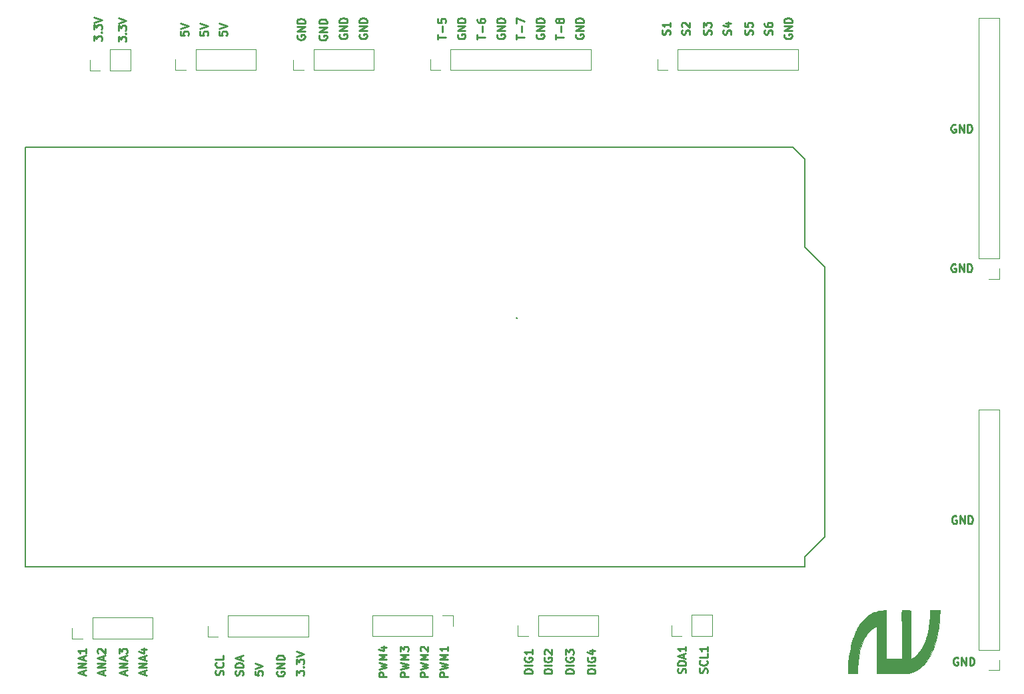
<source format=gbr>
G04 #@! TF.FileFunction,Legend,Top*
%FSLAX46Y46*%
G04 Gerber Fmt 4.6, Leading zero omitted, Abs format (unit mm)*
G04 Created by KiCad (PCBNEW 4.0.7) date 06/16/18 23:00:12*
%MOMM*%
%LPD*%
G01*
G04 APERTURE LIST*
%ADD10C,0.100000*%
%ADD11C,0.250000*%
%ADD12C,0.120000*%
%ADD13C,0.150000*%
%ADD14C,0.010000*%
%ADD15R,2.100000X2.100000*%
%ADD16O,2.100000X2.100000*%
%ADD17O,2.127200X2.127200*%
%ADD18C,3.600000*%
G04 APERTURE END LIST*
D10*
D11*
X199838096Y-80000000D02*
X199742858Y-79952381D01*
X199600001Y-79952381D01*
X199457143Y-80000000D01*
X199361905Y-80095238D01*
X199314286Y-80190476D01*
X199266667Y-80380952D01*
X199266667Y-80523810D01*
X199314286Y-80714286D01*
X199361905Y-80809524D01*
X199457143Y-80904762D01*
X199600001Y-80952381D01*
X199695239Y-80952381D01*
X199838096Y-80904762D01*
X199885715Y-80857143D01*
X199885715Y-80523810D01*
X199695239Y-80523810D01*
X200314286Y-80952381D02*
X200314286Y-79952381D01*
X200885715Y-80952381D01*
X200885715Y-79952381D01*
X201361905Y-80952381D02*
X201361905Y-79952381D01*
X201600000Y-79952381D01*
X201742858Y-80000000D01*
X201838096Y-80095238D01*
X201885715Y-80190476D01*
X201933334Y-80380952D01*
X201933334Y-80523810D01*
X201885715Y-80714286D01*
X201838096Y-80809524D01*
X201742858Y-80904762D01*
X201600000Y-80952381D01*
X201361905Y-80952381D01*
X199738096Y-30250000D02*
X199642858Y-30202381D01*
X199500001Y-30202381D01*
X199357143Y-30250000D01*
X199261905Y-30345238D01*
X199214286Y-30440476D01*
X199166667Y-30630952D01*
X199166667Y-30773810D01*
X199214286Y-30964286D01*
X199261905Y-31059524D01*
X199357143Y-31154762D01*
X199500001Y-31202381D01*
X199595239Y-31202381D01*
X199738096Y-31154762D01*
X199785715Y-31107143D01*
X199785715Y-30773810D01*
X199595239Y-30773810D01*
X200214286Y-31202381D02*
X200214286Y-30202381D01*
X200785715Y-31202381D01*
X200785715Y-30202381D01*
X201261905Y-31202381D02*
X201261905Y-30202381D01*
X201500000Y-30202381D01*
X201642858Y-30250000D01*
X201738096Y-30345238D01*
X201785715Y-30440476D01*
X201833334Y-30630952D01*
X201833334Y-30773810D01*
X201785715Y-30964286D01*
X201738096Y-31059524D01*
X201642858Y-31154762D01*
X201500000Y-31202381D01*
X201261905Y-31202381D01*
X200038096Y-98000000D02*
X199942858Y-97952381D01*
X199800001Y-97952381D01*
X199657143Y-98000000D01*
X199561905Y-98095238D01*
X199514286Y-98190476D01*
X199466667Y-98380952D01*
X199466667Y-98523810D01*
X199514286Y-98714286D01*
X199561905Y-98809524D01*
X199657143Y-98904762D01*
X199800001Y-98952381D01*
X199895239Y-98952381D01*
X200038096Y-98904762D01*
X200085715Y-98857143D01*
X200085715Y-98523810D01*
X199895239Y-98523810D01*
X200514286Y-98952381D02*
X200514286Y-97952381D01*
X201085715Y-98952381D01*
X201085715Y-97952381D01*
X201561905Y-98952381D02*
X201561905Y-97952381D01*
X201800000Y-97952381D01*
X201942858Y-98000000D01*
X202038096Y-98095238D01*
X202085715Y-98190476D01*
X202133334Y-98380952D01*
X202133334Y-98523810D01*
X202085715Y-98714286D01*
X202038096Y-98809524D01*
X201942858Y-98904762D01*
X201800000Y-98952381D01*
X201561905Y-98952381D01*
X199738096Y-48000000D02*
X199642858Y-47952381D01*
X199500001Y-47952381D01*
X199357143Y-48000000D01*
X199261905Y-48095238D01*
X199214286Y-48190476D01*
X199166667Y-48380952D01*
X199166667Y-48523810D01*
X199214286Y-48714286D01*
X199261905Y-48809524D01*
X199357143Y-48904762D01*
X199500001Y-48952381D01*
X199595239Y-48952381D01*
X199738096Y-48904762D01*
X199785715Y-48857143D01*
X199785715Y-48523810D01*
X199595239Y-48523810D01*
X200214286Y-48952381D02*
X200214286Y-47952381D01*
X200785715Y-48952381D01*
X200785715Y-47952381D01*
X201261905Y-48952381D02*
X201261905Y-47952381D01*
X201500000Y-47952381D01*
X201642858Y-48000000D01*
X201738096Y-48095238D01*
X201785715Y-48190476D01*
X201833334Y-48380952D01*
X201833334Y-48523810D01*
X201785715Y-48714286D01*
X201738096Y-48809524D01*
X201642858Y-48904762D01*
X201500000Y-48952381D01*
X201261905Y-48952381D01*
X96666667Y-100166667D02*
X96666667Y-99690476D01*
X96952381Y-100261905D02*
X95952381Y-99928572D01*
X96952381Y-99595238D01*
X96952381Y-99261905D02*
X95952381Y-99261905D01*
X96952381Y-98690476D01*
X95952381Y-98690476D01*
X96666667Y-98261905D02*
X96666667Y-97785714D01*
X96952381Y-98357143D02*
X95952381Y-98023810D01*
X96952381Y-97690476D01*
X96285714Y-96928571D02*
X96952381Y-96928571D01*
X95904762Y-97166667D02*
X96619048Y-97404762D01*
X96619048Y-96785714D01*
X94166667Y-100166667D02*
X94166667Y-99690476D01*
X94452381Y-100261905D02*
X93452381Y-99928572D01*
X94452381Y-99595238D01*
X94452381Y-99261905D02*
X93452381Y-99261905D01*
X94452381Y-98690476D01*
X93452381Y-98690476D01*
X94166667Y-98261905D02*
X94166667Y-97785714D01*
X94452381Y-98357143D02*
X93452381Y-98023810D01*
X94452381Y-97690476D01*
X93452381Y-97452381D02*
X93452381Y-96833333D01*
X93833333Y-97166667D01*
X93833333Y-97023809D01*
X93880952Y-96928571D01*
X93928571Y-96880952D01*
X94023810Y-96833333D01*
X94261905Y-96833333D01*
X94357143Y-96880952D01*
X94404762Y-96928571D01*
X94452381Y-97023809D01*
X94452381Y-97309524D01*
X94404762Y-97404762D01*
X94357143Y-97452381D01*
X91416667Y-100166667D02*
X91416667Y-99690476D01*
X91702381Y-100261905D02*
X90702381Y-99928572D01*
X91702381Y-99595238D01*
X91702381Y-99261905D02*
X90702381Y-99261905D01*
X91702381Y-98690476D01*
X90702381Y-98690476D01*
X91416667Y-98261905D02*
X91416667Y-97785714D01*
X91702381Y-98357143D02*
X90702381Y-98023810D01*
X91702381Y-97690476D01*
X90797619Y-97404762D02*
X90750000Y-97357143D01*
X90702381Y-97261905D01*
X90702381Y-97023809D01*
X90750000Y-96928571D01*
X90797619Y-96880952D01*
X90892857Y-96833333D01*
X90988095Y-96833333D01*
X91130952Y-96880952D01*
X91702381Y-97452381D01*
X91702381Y-96833333D01*
X88916667Y-100166667D02*
X88916667Y-99690476D01*
X89202381Y-100261905D02*
X88202381Y-99928572D01*
X89202381Y-99595238D01*
X89202381Y-99261905D02*
X88202381Y-99261905D01*
X89202381Y-98690476D01*
X88202381Y-98690476D01*
X88916667Y-98261905D02*
X88916667Y-97785714D01*
X89202381Y-98357143D02*
X88202381Y-98023810D01*
X89202381Y-97690476D01*
X89202381Y-96833333D02*
X89202381Y-97404762D01*
X89202381Y-97119048D02*
X88202381Y-97119048D01*
X88345238Y-97214286D01*
X88440476Y-97309524D01*
X88488095Y-97404762D01*
X165404762Y-99940476D02*
X165452381Y-99797619D01*
X165452381Y-99559523D01*
X165404762Y-99464285D01*
X165357143Y-99416666D01*
X165261905Y-99369047D01*
X165166667Y-99369047D01*
X165071429Y-99416666D01*
X165023810Y-99464285D01*
X164976190Y-99559523D01*
X164928571Y-99750000D01*
X164880952Y-99845238D01*
X164833333Y-99892857D01*
X164738095Y-99940476D01*
X164642857Y-99940476D01*
X164547619Y-99892857D01*
X164500000Y-99845238D01*
X164452381Y-99750000D01*
X164452381Y-99511904D01*
X164500000Y-99369047D01*
X165452381Y-98940476D02*
X164452381Y-98940476D01*
X164452381Y-98702381D01*
X164500000Y-98559523D01*
X164595238Y-98464285D01*
X164690476Y-98416666D01*
X164880952Y-98369047D01*
X165023810Y-98369047D01*
X165214286Y-98416666D01*
X165309524Y-98464285D01*
X165404762Y-98559523D01*
X165452381Y-98702381D01*
X165452381Y-98940476D01*
X165166667Y-97988095D02*
X165166667Y-97511904D01*
X165452381Y-98083333D02*
X164452381Y-97750000D01*
X165452381Y-97416666D01*
X165452381Y-96559523D02*
X165452381Y-97130952D01*
X165452381Y-96845238D02*
X164452381Y-96845238D01*
X164595238Y-96940476D01*
X164690476Y-97035714D01*
X164738095Y-97130952D01*
X168154762Y-99916667D02*
X168202381Y-99773810D01*
X168202381Y-99535714D01*
X168154762Y-99440476D01*
X168107143Y-99392857D01*
X168011905Y-99345238D01*
X167916667Y-99345238D01*
X167821429Y-99392857D01*
X167773810Y-99440476D01*
X167726190Y-99535714D01*
X167678571Y-99726191D01*
X167630952Y-99821429D01*
X167583333Y-99869048D01*
X167488095Y-99916667D01*
X167392857Y-99916667D01*
X167297619Y-99869048D01*
X167250000Y-99821429D01*
X167202381Y-99726191D01*
X167202381Y-99488095D01*
X167250000Y-99345238D01*
X168107143Y-98345238D02*
X168154762Y-98392857D01*
X168202381Y-98535714D01*
X168202381Y-98630952D01*
X168154762Y-98773810D01*
X168059524Y-98869048D01*
X167964286Y-98916667D01*
X167773810Y-98964286D01*
X167630952Y-98964286D01*
X167440476Y-98916667D01*
X167345238Y-98869048D01*
X167250000Y-98773810D01*
X167202381Y-98630952D01*
X167202381Y-98535714D01*
X167250000Y-98392857D01*
X167297619Y-98345238D01*
X168202381Y-97440476D02*
X168202381Y-97916667D01*
X167202381Y-97916667D01*
X168202381Y-96583333D02*
X168202381Y-97154762D01*
X168202381Y-96869048D02*
X167202381Y-96869048D01*
X167345238Y-96964286D01*
X167440476Y-97059524D01*
X167488095Y-97154762D01*
X153952381Y-99976190D02*
X152952381Y-99976190D01*
X152952381Y-99738095D01*
X153000000Y-99595237D01*
X153095238Y-99499999D01*
X153190476Y-99452380D01*
X153380952Y-99404761D01*
X153523810Y-99404761D01*
X153714286Y-99452380D01*
X153809524Y-99499999D01*
X153904762Y-99595237D01*
X153952381Y-99738095D01*
X153952381Y-99976190D01*
X153952381Y-98976190D02*
X152952381Y-98976190D01*
X153000000Y-97976190D02*
X152952381Y-98071428D01*
X152952381Y-98214285D01*
X153000000Y-98357143D01*
X153095238Y-98452381D01*
X153190476Y-98500000D01*
X153380952Y-98547619D01*
X153523810Y-98547619D01*
X153714286Y-98500000D01*
X153809524Y-98452381D01*
X153904762Y-98357143D01*
X153952381Y-98214285D01*
X153952381Y-98119047D01*
X153904762Y-97976190D01*
X153857143Y-97928571D01*
X153523810Y-97928571D01*
X153523810Y-98119047D01*
X153285714Y-97071428D02*
X153952381Y-97071428D01*
X152904762Y-97309524D02*
X153619048Y-97547619D01*
X153619048Y-96928571D01*
X151202381Y-99976190D02*
X150202381Y-99976190D01*
X150202381Y-99738095D01*
X150250000Y-99595237D01*
X150345238Y-99499999D01*
X150440476Y-99452380D01*
X150630952Y-99404761D01*
X150773810Y-99404761D01*
X150964286Y-99452380D01*
X151059524Y-99499999D01*
X151154762Y-99595237D01*
X151202381Y-99738095D01*
X151202381Y-99976190D01*
X151202381Y-98976190D02*
X150202381Y-98976190D01*
X150250000Y-97976190D02*
X150202381Y-98071428D01*
X150202381Y-98214285D01*
X150250000Y-98357143D01*
X150345238Y-98452381D01*
X150440476Y-98500000D01*
X150630952Y-98547619D01*
X150773810Y-98547619D01*
X150964286Y-98500000D01*
X151059524Y-98452381D01*
X151154762Y-98357143D01*
X151202381Y-98214285D01*
X151202381Y-98119047D01*
X151154762Y-97976190D01*
X151107143Y-97928571D01*
X150773810Y-97928571D01*
X150773810Y-98119047D01*
X150202381Y-97595238D02*
X150202381Y-96976190D01*
X150583333Y-97309524D01*
X150583333Y-97166666D01*
X150630952Y-97071428D01*
X150678571Y-97023809D01*
X150773810Y-96976190D01*
X151011905Y-96976190D01*
X151107143Y-97023809D01*
X151154762Y-97071428D01*
X151202381Y-97166666D01*
X151202381Y-97452381D01*
X151154762Y-97547619D01*
X151107143Y-97595238D01*
X148452381Y-99976190D02*
X147452381Y-99976190D01*
X147452381Y-99738095D01*
X147500000Y-99595237D01*
X147595238Y-99499999D01*
X147690476Y-99452380D01*
X147880952Y-99404761D01*
X148023810Y-99404761D01*
X148214286Y-99452380D01*
X148309524Y-99499999D01*
X148404762Y-99595237D01*
X148452381Y-99738095D01*
X148452381Y-99976190D01*
X148452381Y-98976190D02*
X147452381Y-98976190D01*
X147500000Y-97976190D02*
X147452381Y-98071428D01*
X147452381Y-98214285D01*
X147500000Y-98357143D01*
X147595238Y-98452381D01*
X147690476Y-98500000D01*
X147880952Y-98547619D01*
X148023810Y-98547619D01*
X148214286Y-98500000D01*
X148309524Y-98452381D01*
X148404762Y-98357143D01*
X148452381Y-98214285D01*
X148452381Y-98119047D01*
X148404762Y-97976190D01*
X148357143Y-97928571D01*
X148023810Y-97928571D01*
X148023810Y-98119047D01*
X147547619Y-97547619D02*
X147500000Y-97500000D01*
X147452381Y-97404762D01*
X147452381Y-97166666D01*
X147500000Y-97071428D01*
X147547619Y-97023809D01*
X147642857Y-96976190D01*
X147738095Y-96976190D01*
X147880952Y-97023809D01*
X148452381Y-97595238D01*
X148452381Y-96976190D01*
X145952381Y-99976190D02*
X144952381Y-99976190D01*
X144952381Y-99738095D01*
X145000000Y-99595237D01*
X145095238Y-99499999D01*
X145190476Y-99452380D01*
X145380952Y-99404761D01*
X145523810Y-99404761D01*
X145714286Y-99452380D01*
X145809524Y-99499999D01*
X145904762Y-99595237D01*
X145952381Y-99738095D01*
X145952381Y-99976190D01*
X145952381Y-98976190D02*
X144952381Y-98976190D01*
X145000000Y-97976190D02*
X144952381Y-98071428D01*
X144952381Y-98214285D01*
X145000000Y-98357143D01*
X145095238Y-98452381D01*
X145190476Y-98500000D01*
X145380952Y-98547619D01*
X145523810Y-98547619D01*
X145714286Y-98500000D01*
X145809524Y-98452381D01*
X145904762Y-98357143D01*
X145952381Y-98214285D01*
X145952381Y-98119047D01*
X145904762Y-97976190D01*
X145857143Y-97928571D01*
X145523810Y-97928571D01*
X145523810Y-98119047D01*
X145952381Y-96976190D02*
X145952381Y-97547619D01*
X145952381Y-97261905D02*
X144952381Y-97261905D01*
X145095238Y-97357143D01*
X145190476Y-97452381D01*
X145238095Y-97547619D01*
X135202381Y-100380952D02*
X134202381Y-100380952D01*
X134202381Y-99999999D01*
X134250000Y-99904761D01*
X134297619Y-99857142D01*
X134392857Y-99809523D01*
X134535714Y-99809523D01*
X134630952Y-99857142D01*
X134678571Y-99904761D01*
X134726190Y-99999999D01*
X134726190Y-100380952D01*
X134202381Y-99476190D02*
X135202381Y-99238095D01*
X134488095Y-99047618D01*
X135202381Y-98857142D01*
X134202381Y-98619047D01*
X135202381Y-98238095D02*
X134202381Y-98238095D01*
X134916667Y-97904761D01*
X134202381Y-97571428D01*
X135202381Y-97571428D01*
X135202381Y-96571428D02*
X135202381Y-97142857D01*
X135202381Y-96857143D02*
X134202381Y-96857143D01*
X134345238Y-96952381D01*
X134440476Y-97047619D01*
X134488095Y-97142857D01*
X132702381Y-100380952D02*
X131702381Y-100380952D01*
X131702381Y-99999999D01*
X131750000Y-99904761D01*
X131797619Y-99857142D01*
X131892857Y-99809523D01*
X132035714Y-99809523D01*
X132130952Y-99857142D01*
X132178571Y-99904761D01*
X132226190Y-99999999D01*
X132226190Y-100380952D01*
X131702381Y-99476190D02*
X132702381Y-99238095D01*
X131988095Y-99047618D01*
X132702381Y-98857142D01*
X131702381Y-98619047D01*
X132702381Y-98238095D02*
X131702381Y-98238095D01*
X132416667Y-97904761D01*
X131702381Y-97571428D01*
X132702381Y-97571428D01*
X131797619Y-97142857D02*
X131750000Y-97095238D01*
X131702381Y-97000000D01*
X131702381Y-96761904D01*
X131750000Y-96666666D01*
X131797619Y-96619047D01*
X131892857Y-96571428D01*
X131988095Y-96571428D01*
X132130952Y-96619047D01*
X132702381Y-97190476D01*
X132702381Y-96571428D01*
X130202381Y-100380952D02*
X129202381Y-100380952D01*
X129202381Y-99999999D01*
X129250000Y-99904761D01*
X129297619Y-99857142D01*
X129392857Y-99809523D01*
X129535714Y-99809523D01*
X129630952Y-99857142D01*
X129678571Y-99904761D01*
X129726190Y-99999999D01*
X129726190Y-100380952D01*
X129202381Y-99476190D02*
X130202381Y-99238095D01*
X129488095Y-99047618D01*
X130202381Y-98857142D01*
X129202381Y-98619047D01*
X130202381Y-98238095D02*
X129202381Y-98238095D01*
X129916667Y-97904761D01*
X129202381Y-97571428D01*
X130202381Y-97571428D01*
X129202381Y-97190476D02*
X129202381Y-96571428D01*
X129583333Y-96904762D01*
X129583333Y-96761904D01*
X129630952Y-96666666D01*
X129678571Y-96619047D01*
X129773810Y-96571428D01*
X130011905Y-96571428D01*
X130107143Y-96619047D01*
X130154762Y-96666666D01*
X130202381Y-96761904D01*
X130202381Y-97047619D01*
X130154762Y-97142857D01*
X130107143Y-97190476D01*
X127452381Y-100380952D02*
X126452381Y-100380952D01*
X126452381Y-99999999D01*
X126500000Y-99904761D01*
X126547619Y-99857142D01*
X126642857Y-99809523D01*
X126785714Y-99809523D01*
X126880952Y-99857142D01*
X126928571Y-99904761D01*
X126976190Y-99999999D01*
X126976190Y-100380952D01*
X126452381Y-99476190D02*
X127452381Y-99238095D01*
X126738095Y-99047618D01*
X127452381Y-98857142D01*
X126452381Y-98619047D01*
X127452381Y-98238095D02*
X126452381Y-98238095D01*
X127166667Y-97904761D01*
X126452381Y-97571428D01*
X127452381Y-97571428D01*
X126785714Y-96666666D02*
X127452381Y-96666666D01*
X126404762Y-96904762D02*
X127119048Y-97142857D01*
X127119048Y-96523809D01*
X106654762Y-100190476D02*
X106702381Y-100047619D01*
X106702381Y-99809523D01*
X106654762Y-99714285D01*
X106607143Y-99666666D01*
X106511905Y-99619047D01*
X106416667Y-99619047D01*
X106321429Y-99666666D01*
X106273810Y-99714285D01*
X106226190Y-99809523D01*
X106178571Y-100000000D01*
X106130952Y-100095238D01*
X106083333Y-100142857D01*
X105988095Y-100190476D01*
X105892857Y-100190476D01*
X105797619Y-100142857D01*
X105750000Y-100095238D01*
X105702381Y-100000000D01*
X105702381Y-99761904D01*
X105750000Y-99619047D01*
X106607143Y-98619047D02*
X106654762Y-98666666D01*
X106702381Y-98809523D01*
X106702381Y-98904761D01*
X106654762Y-99047619D01*
X106559524Y-99142857D01*
X106464286Y-99190476D01*
X106273810Y-99238095D01*
X106130952Y-99238095D01*
X105940476Y-99190476D01*
X105845238Y-99142857D01*
X105750000Y-99047619D01*
X105702381Y-98904761D01*
X105702381Y-98809523D01*
X105750000Y-98666666D01*
X105797619Y-98619047D01*
X106702381Y-97714285D02*
X106702381Y-98190476D01*
X105702381Y-98190476D01*
X109154762Y-100214286D02*
X109202381Y-100071429D01*
X109202381Y-99833333D01*
X109154762Y-99738095D01*
X109107143Y-99690476D01*
X109011905Y-99642857D01*
X108916667Y-99642857D01*
X108821429Y-99690476D01*
X108773810Y-99738095D01*
X108726190Y-99833333D01*
X108678571Y-100023810D01*
X108630952Y-100119048D01*
X108583333Y-100166667D01*
X108488095Y-100214286D01*
X108392857Y-100214286D01*
X108297619Y-100166667D01*
X108250000Y-100119048D01*
X108202381Y-100023810D01*
X108202381Y-99785714D01*
X108250000Y-99642857D01*
X109202381Y-99214286D02*
X108202381Y-99214286D01*
X108202381Y-98976191D01*
X108250000Y-98833333D01*
X108345238Y-98738095D01*
X108440476Y-98690476D01*
X108630952Y-98642857D01*
X108773810Y-98642857D01*
X108964286Y-98690476D01*
X109059524Y-98738095D01*
X109154762Y-98833333D01*
X109202381Y-98976191D01*
X109202381Y-99214286D01*
X108916667Y-98261905D02*
X108916667Y-97785714D01*
X109202381Y-98357143D02*
X108202381Y-98023810D01*
X109202381Y-97690476D01*
X115952381Y-100226190D02*
X115952381Y-99607142D01*
X116333333Y-99940476D01*
X116333333Y-99797618D01*
X116380952Y-99702380D01*
X116428571Y-99654761D01*
X116523810Y-99607142D01*
X116761905Y-99607142D01*
X116857143Y-99654761D01*
X116904762Y-99702380D01*
X116952381Y-99797618D01*
X116952381Y-100083333D01*
X116904762Y-100178571D01*
X116857143Y-100226190D01*
X116857143Y-99178571D02*
X116904762Y-99130952D01*
X116952381Y-99178571D01*
X116904762Y-99226190D01*
X116857143Y-99178571D01*
X116952381Y-99178571D01*
X115952381Y-98797619D02*
X115952381Y-98178571D01*
X116333333Y-98511905D01*
X116333333Y-98369047D01*
X116380952Y-98273809D01*
X116428571Y-98226190D01*
X116523810Y-98178571D01*
X116761905Y-98178571D01*
X116857143Y-98226190D01*
X116904762Y-98273809D01*
X116952381Y-98369047D01*
X116952381Y-98654762D01*
X116904762Y-98750000D01*
X116857143Y-98797619D01*
X115952381Y-97892857D02*
X116952381Y-97559524D01*
X115952381Y-97226190D01*
X113500000Y-99761904D02*
X113452381Y-99857142D01*
X113452381Y-99999999D01*
X113500000Y-100142857D01*
X113595238Y-100238095D01*
X113690476Y-100285714D01*
X113880952Y-100333333D01*
X114023810Y-100333333D01*
X114214286Y-100285714D01*
X114309524Y-100238095D01*
X114404762Y-100142857D01*
X114452381Y-99999999D01*
X114452381Y-99904761D01*
X114404762Y-99761904D01*
X114357143Y-99714285D01*
X114023810Y-99714285D01*
X114023810Y-99904761D01*
X114452381Y-99285714D02*
X113452381Y-99285714D01*
X114452381Y-98714285D01*
X113452381Y-98714285D01*
X114452381Y-98238095D02*
X113452381Y-98238095D01*
X113452381Y-98000000D01*
X113500000Y-97857142D01*
X113595238Y-97761904D01*
X113690476Y-97714285D01*
X113880952Y-97666666D01*
X114023810Y-97666666D01*
X114214286Y-97714285D01*
X114309524Y-97761904D01*
X114404762Y-97857142D01*
X114452381Y-98000000D01*
X114452381Y-98238095D01*
X178000000Y-18761904D02*
X177952381Y-18857142D01*
X177952381Y-18999999D01*
X178000000Y-19142857D01*
X178095238Y-19238095D01*
X178190476Y-19285714D01*
X178380952Y-19333333D01*
X178523810Y-19333333D01*
X178714286Y-19285714D01*
X178809524Y-19238095D01*
X178904762Y-19142857D01*
X178952381Y-18999999D01*
X178952381Y-18904761D01*
X178904762Y-18761904D01*
X178857143Y-18714285D01*
X178523810Y-18714285D01*
X178523810Y-18904761D01*
X178952381Y-18285714D02*
X177952381Y-18285714D01*
X178952381Y-17714285D01*
X177952381Y-17714285D01*
X178952381Y-17238095D02*
X177952381Y-17238095D01*
X177952381Y-17000000D01*
X178000000Y-16857142D01*
X178095238Y-16761904D01*
X178190476Y-16714285D01*
X178380952Y-16666666D01*
X178523810Y-16666666D01*
X178714286Y-16714285D01*
X178809524Y-16761904D01*
X178904762Y-16857142D01*
X178952381Y-17000000D01*
X178952381Y-17238095D01*
X176404762Y-18761905D02*
X176452381Y-18619048D01*
X176452381Y-18380952D01*
X176404762Y-18285714D01*
X176357143Y-18238095D01*
X176261905Y-18190476D01*
X176166667Y-18190476D01*
X176071429Y-18238095D01*
X176023810Y-18285714D01*
X175976190Y-18380952D01*
X175928571Y-18571429D01*
X175880952Y-18666667D01*
X175833333Y-18714286D01*
X175738095Y-18761905D01*
X175642857Y-18761905D01*
X175547619Y-18714286D01*
X175500000Y-18666667D01*
X175452381Y-18571429D01*
X175452381Y-18333333D01*
X175500000Y-18190476D01*
X175452381Y-17333333D02*
X175452381Y-17523810D01*
X175500000Y-17619048D01*
X175547619Y-17666667D01*
X175690476Y-17761905D01*
X175880952Y-17809524D01*
X176261905Y-17809524D01*
X176357143Y-17761905D01*
X176404762Y-17714286D01*
X176452381Y-17619048D01*
X176452381Y-17428571D01*
X176404762Y-17333333D01*
X176357143Y-17285714D01*
X176261905Y-17238095D01*
X176023810Y-17238095D01*
X175928571Y-17285714D01*
X175880952Y-17333333D01*
X175833333Y-17428571D01*
X175833333Y-17619048D01*
X175880952Y-17714286D01*
X175928571Y-17761905D01*
X176023810Y-17809524D01*
X173904762Y-18761905D02*
X173952381Y-18619048D01*
X173952381Y-18380952D01*
X173904762Y-18285714D01*
X173857143Y-18238095D01*
X173761905Y-18190476D01*
X173666667Y-18190476D01*
X173571429Y-18238095D01*
X173523810Y-18285714D01*
X173476190Y-18380952D01*
X173428571Y-18571429D01*
X173380952Y-18666667D01*
X173333333Y-18714286D01*
X173238095Y-18761905D01*
X173142857Y-18761905D01*
X173047619Y-18714286D01*
X173000000Y-18666667D01*
X172952381Y-18571429D01*
X172952381Y-18333333D01*
X173000000Y-18190476D01*
X172952381Y-17285714D02*
X172952381Y-17761905D01*
X173428571Y-17809524D01*
X173380952Y-17761905D01*
X173333333Y-17666667D01*
X173333333Y-17428571D01*
X173380952Y-17333333D01*
X173428571Y-17285714D01*
X173523810Y-17238095D01*
X173761905Y-17238095D01*
X173857143Y-17285714D01*
X173904762Y-17333333D01*
X173952381Y-17428571D01*
X173952381Y-17666667D01*
X173904762Y-17761905D01*
X173857143Y-17809524D01*
X171154762Y-18761905D02*
X171202381Y-18619048D01*
X171202381Y-18380952D01*
X171154762Y-18285714D01*
X171107143Y-18238095D01*
X171011905Y-18190476D01*
X170916667Y-18190476D01*
X170821429Y-18238095D01*
X170773810Y-18285714D01*
X170726190Y-18380952D01*
X170678571Y-18571429D01*
X170630952Y-18666667D01*
X170583333Y-18714286D01*
X170488095Y-18761905D01*
X170392857Y-18761905D01*
X170297619Y-18714286D01*
X170250000Y-18666667D01*
X170202381Y-18571429D01*
X170202381Y-18333333D01*
X170250000Y-18190476D01*
X170535714Y-17333333D02*
X171202381Y-17333333D01*
X170154762Y-17571429D02*
X170869048Y-17809524D01*
X170869048Y-17190476D01*
X168654762Y-18761905D02*
X168702381Y-18619048D01*
X168702381Y-18380952D01*
X168654762Y-18285714D01*
X168607143Y-18238095D01*
X168511905Y-18190476D01*
X168416667Y-18190476D01*
X168321429Y-18238095D01*
X168273810Y-18285714D01*
X168226190Y-18380952D01*
X168178571Y-18571429D01*
X168130952Y-18666667D01*
X168083333Y-18714286D01*
X167988095Y-18761905D01*
X167892857Y-18761905D01*
X167797619Y-18714286D01*
X167750000Y-18666667D01*
X167702381Y-18571429D01*
X167702381Y-18333333D01*
X167750000Y-18190476D01*
X167702381Y-17857143D02*
X167702381Y-17238095D01*
X168083333Y-17571429D01*
X168083333Y-17428571D01*
X168130952Y-17333333D01*
X168178571Y-17285714D01*
X168273810Y-17238095D01*
X168511905Y-17238095D01*
X168607143Y-17285714D01*
X168654762Y-17333333D01*
X168702381Y-17428571D01*
X168702381Y-17714286D01*
X168654762Y-17809524D01*
X168607143Y-17857143D01*
X165904762Y-18761905D02*
X165952381Y-18619048D01*
X165952381Y-18380952D01*
X165904762Y-18285714D01*
X165857143Y-18238095D01*
X165761905Y-18190476D01*
X165666667Y-18190476D01*
X165571429Y-18238095D01*
X165523810Y-18285714D01*
X165476190Y-18380952D01*
X165428571Y-18571429D01*
X165380952Y-18666667D01*
X165333333Y-18714286D01*
X165238095Y-18761905D01*
X165142857Y-18761905D01*
X165047619Y-18714286D01*
X165000000Y-18666667D01*
X164952381Y-18571429D01*
X164952381Y-18333333D01*
X165000000Y-18190476D01*
X165047619Y-17809524D02*
X165000000Y-17761905D01*
X164952381Y-17666667D01*
X164952381Y-17428571D01*
X165000000Y-17333333D01*
X165047619Y-17285714D01*
X165142857Y-17238095D01*
X165238095Y-17238095D01*
X165380952Y-17285714D01*
X165952381Y-17857143D01*
X165952381Y-17238095D01*
X163404762Y-18761905D02*
X163452381Y-18619048D01*
X163452381Y-18380952D01*
X163404762Y-18285714D01*
X163357143Y-18238095D01*
X163261905Y-18190476D01*
X163166667Y-18190476D01*
X163071429Y-18238095D01*
X163023810Y-18285714D01*
X162976190Y-18380952D01*
X162928571Y-18571429D01*
X162880952Y-18666667D01*
X162833333Y-18714286D01*
X162738095Y-18761905D01*
X162642857Y-18761905D01*
X162547619Y-18714286D01*
X162500000Y-18666667D01*
X162452381Y-18571429D01*
X162452381Y-18333333D01*
X162500000Y-18190476D01*
X163452381Y-17238095D02*
X163452381Y-17809524D01*
X163452381Y-17523810D02*
X162452381Y-17523810D01*
X162595238Y-17619048D01*
X162690476Y-17714286D01*
X162738095Y-17809524D01*
X148952381Y-19380952D02*
X148952381Y-18809523D01*
X149952381Y-19095238D02*
X148952381Y-19095238D01*
X149571429Y-18476190D02*
X149571429Y-17714285D01*
X149380952Y-17095238D02*
X149333333Y-17190476D01*
X149285714Y-17238095D01*
X149190476Y-17285714D01*
X149142857Y-17285714D01*
X149047619Y-17238095D01*
X149000000Y-17190476D01*
X148952381Y-17095238D01*
X148952381Y-16904761D01*
X149000000Y-16809523D01*
X149047619Y-16761904D01*
X149142857Y-16714285D01*
X149190476Y-16714285D01*
X149285714Y-16761904D01*
X149333333Y-16809523D01*
X149380952Y-16904761D01*
X149380952Y-17095238D01*
X149428571Y-17190476D01*
X149476190Y-17238095D01*
X149571429Y-17285714D01*
X149761905Y-17285714D01*
X149857143Y-17238095D01*
X149904762Y-17190476D01*
X149952381Y-17095238D01*
X149952381Y-16904761D01*
X149904762Y-16809523D01*
X149857143Y-16761904D01*
X149761905Y-16714285D01*
X149571429Y-16714285D01*
X149476190Y-16761904D01*
X149428571Y-16809523D01*
X149380952Y-16904761D01*
X143952381Y-19380952D02*
X143952381Y-18809523D01*
X144952381Y-19095238D02*
X143952381Y-19095238D01*
X144571429Y-18476190D02*
X144571429Y-17714285D01*
X143952381Y-17333333D02*
X143952381Y-16666666D01*
X144952381Y-17095238D01*
X138952381Y-19380952D02*
X138952381Y-18809523D01*
X139952381Y-19095238D02*
X138952381Y-19095238D01*
X139571429Y-18476190D02*
X139571429Y-17714285D01*
X138952381Y-16809523D02*
X138952381Y-17000000D01*
X139000000Y-17095238D01*
X139047619Y-17142857D01*
X139190476Y-17238095D01*
X139380952Y-17285714D01*
X139761905Y-17285714D01*
X139857143Y-17238095D01*
X139904762Y-17190476D01*
X139952381Y-17095238D01*
X139952381Y-16904761D01*
X139904762Y-16809523D01*
X139857143Y-16761904D01*
X139761905Y-16714285D01*
X139523810Y-16714285D01*
X139428571Y-16761904D01*
X139380952Y-16809523D01*
X139333333Y-16904761D01*
X139333333Y-17095238D01*
X139380952Y-17190476D01*
X139428571Y-17238095D01*
X139523810Y-17285714D01*
X133952381Y-19380952D02*
X133952381Y-18809523D01*
X134952381Y-19095238D02*
X133952381Y-19095238D01*
X134571429Y-18476190D02*
X134571429Y-17714285D01*
X133952381Y-16761904D02*
X133952381Y-17238095D01*
X134428571Y-17285714D01*
X134380952Y-17238095D01*
X134333333Y-17142857D01*
X134333333Y-16904761D01*
X134380952Y-16809523D01*
X134428571Y-16761904D01*
X134523810Y-16714285D01*
X134761905Y-16714285D01*
X134857143Y-16761904D01*
X134904762Y-16809523D01*
X134952381Y-16904761D01*
X134952381Y-17142857D01*
X134904762Y-17238095D01*
X134857143Y-17285714D01*
X151500000Y-18761904D02*
X151452381Y-18857142D01*
X151452381Y-18999999D01*
X151500000Y-19142857D01*
X151595238Y-19238095D01*
X151690476Y-19285714D01*
X151880952Y-19333333D01*
X152023810Y-19333333D01*
X152214286Y-19285714D01*
X152309524Y-19238095D01*
X152404762Y-19142857D01*
X152452381Y-18999999D01*
X152452381Y-18904761D01*
X152404762Y-18761904D01*
X152357143Y-18714285D01*
X152023810Y-18714285D01*
X152023810Y-18904761D01*
X152452381Y-18285714D02*
X151452381Y-18285714D01*
X152452381Y-17714285D01*
X151452381Y-17714285D01*
X152452381Y-17238095D02*
X151452381Y-17238095D01*
X151452381Y-17000000D01*
X151500000Y-16857142D01*
X151595238Y-16761904D01*
X151690476Y-16714285D01*
X151880952Y-16666666D01*
X152023810Y-16666666D01*
X152214286Y-16714285D01*
X152309524Y-16761904D01*
X152404762Y-16857142D01*
X152452381Y-17000000D01*
X152452381Y-17238095D01*
X146500000Y-18761904D02*
X146452381Y-18857142D01*
X146452381Y-18999999D01*
X146500000Y-19142857D01*
X146595238Y-19238095D01*
X146690476Y-19285714D01*
X146880952Y-19333333D01*
X147023810Y-19333333D01*
X147214286Y-19285714D01*
X147309524Y-19238095D01*
X147404762Y-19142857D01*
X147452381Y-18999999D01*
X147452381Y-18904761D01*
X147404762Y-18761904D01*
X147357143Y-18714285D01*
X147023810Y-18714285D01*
X147023810Y-18904761D01*
X147452381Y-18285714D02*
X146452381Y-18285714D01*
X147452381Y-17714285D01*
X146452381Y-17714285D01*
X147452381Y-17238095D02*
X146452381Y-17238095D01*
X146452381Y-17000000D01*
X146500000Y-16857142D01*
X146595238Y-16761904D01*
X146690476Y-16714285D01*
X146880952Y-16666666D01*
X147023810Y-16666666D01*
X147214286Y-16714285D01*
X147309524Y-16761904D01*
X147404762Y-16857142D01*
X147452381Y-17000000D01*
X147452381Y-17238095D01*
X141500000Y-18761904D02*
X141452381Y-18857142D01*
X141452381Y-18999999D01*
X141500000Y-19142857D01*
X141595238Y-19238095D01*
X141690476Y-19285714D01*
X141880952Y-19333333D01*
X142023810Y-19333333D01*
X142214286Y-19285714D01*
X142309524Y-19238095D01*
X142404762Y-19142857D01*
X142452381Y-18999999D01*
X142452381Y-18904761D01*
X142404762Y-18761904D01*
X142357143Y-18714285D01*
X142023810Y-18714285D01*
X142023810Y-18904761D01*
X142452381Y-18285714D02*
X141452381Y-18285714D01*
X142452381Y-17714285D01*
X141452381Y-17714285D01*
X142452381Y-17238095D02*
X141452381Y-17238095D01*
X141452381Y-17000000D01*
X141500000Y-16857142D01*
X141595238Y-16761904D01*
X141690476Y-16714285D01*
X141880952Y-16666666D01*
X142023810Y-16666666D01*
X142214286Y-16714285D01*
X142309524Y-16761904D01*
X142404762Y-16857142D01*
X142452381Y-17000000D01*
X142452381Y-17238095D01*
X136500000Y-18761904D02*
X136452381Y-18857142D01*
X136452381Y-18999999D01*
X136500000Y-19142857D01*
X136595238Y-19238095D01*
X136690476Y-19285714D01*
X136880952Y-19333333D01*
X137023810Y-19333333D01*
X137214286Y-19285714D01*
X137309524Y-19238095D01*
X137404762Y-19142857D01*
X137452381Y-18999999D01*
X137452381Y-18904761D01*
X137404762Y-18761904D01*
X137357143Y-18714285D01*
X137023810Y-18714285D01*
X137023810Y-18904761D01*
X137452381Y-18285714D02*
X136452381Y-18285714D01*
X137452381Y-17714285D01*
X136452381Y-17714285D01*
X137452381Y-17238095D02*
X136452381Y-17238095D01*
X136452381Y-17000000D01*
X136500000Y-16857142D01*
X136595238Y-16761904D01*
X136690476Y-16714285D01*
X136880952Y-16666666D01*
X137023810Y-16666666D01*
X137214286Y-16714285D01*
X137309524Y-16761904D01*
X137404762Y-16857142D01*
X137452381Y-17000000D01*
X137452381Y-17238095D01*
X124000000Y-18761904D02*
X123952381Y-18857142D01*
X123952381Y-18999999D01*
X124000000Y-19142857D01*
X124095238Y-19238095D01*
X124190476Y-19285714D01*
X124380952Y-19333333D01*
X124523810Y-19333333D01*
X124714286Y-19285714D01*
X124809524Y-19238095D01*
X124904762Y-19142857D01*
X124952381Y-18999999D01*
X124952381Y-18904761D01*
X124904762Y-18761904D01*
X124857143Y-18714285D01*
X124523810Y-18714285D01*
X124523810Y-18904761D01*
X124952381Y-18285714D02*
X123952381Y-18285714D01*
X124952381Y-17714285D01*
X123952381Y-17714285D01*
X124952381Y-17238095D02*
X123952381Y-17238095D01*
X123952381Y-17000000D01*
X124000000Y-16857142D01*
X124095238Y-16761904D01*
X124190476Y-16714285D01*
X124380952Y-16666666D01*
X124523810Y-16666666D01*
X124714286Y-16714285D01*
X124809524Y-16761904D01*
X124904762Y-16857142D01*
X124952381Y-17000000D01*
X124952381Y-17238095D01*
X121500000Y-18761904D02*
X121452381Y-18857142D01*
X121452381Y-18999999D01*
X121500000Y-19142857D01*
X121595238Y-19238095D01*
X121690476Y-19285714D01*
X121880952Y-19333333D01*
X122023810Y-19333333D01*
X122214286Y-19285714D01*
X122309524Y-19238095D01*
X122404762Y-19142857D01*
X122452381Y-18999999D01*
X122452381Y-18904761D01*
X122404762Y-18761904D01*
X122357143Y-18714285D01*
X122023810Y-18714285D01*
X122023810Y-18904761D01*
X122452381Y-18285714D02*
X121452381Y-18285714D01*
X122452381Y-17714285D01*
X121452381Y-17714285D01*
X122452381Y-17238095D02*
X121452381Y-17238095D01*
X121452381Y-17000000D01*
X121500000Y-16857142D01*
X121595238Y-16761904D01*
X121690476Y-16714285D01*
X121880952Y-16666666D01*
X122023810Y-16666666D01*
X122214286Y-16714285D01*
X122309524Y-16761904D01*
X122404762Y-16857142D01*
X122452381Y-17000000D01*
X122452381Y-17238095D01*
X118900000Y-18911904D02*
X118852381Y-19007142D01*
X118852381Y-19149999D01*
X118900000Y-19292857D01*
X118995238Y-19388095D01*
X119090476Y-19435714D01*
X119280952Y-19483333D01*
X119423810Y-19483333D01*
X119614286Y-19435714D01*
X119709524Y-19388095D01*
X119804762Y-19292857D01*
X119852381Y-19149999D01*
X119852381Y-19054761D01*
X119804762Y-18911904D01*
X119757143Y-18864285D01*
X119423810Y-18864285D01*
X119423810Y-19054761D01*
X119852381Y-18435714D02*
X118852381Y-18435714D01*
X119852381Y-17864285D01*
X118852381Y-17864285D01*
X119852381Y-17388095D02*
X118852381Y-17388095D01*
X118852381Y-17150000D01*
X118900000Y-17007142D01*
X118995238Y-16911904D01*
X119090476Y-16864285D01*
X119280952Y-16816666D01*
X119423810Y-16816666D01*
X119614286Y-16864285D01*
X119709524Y-16911904D01*
X119804762Y-17007142D01*
X119852381Y-17150000D01*
X119852381Y-17388095D01*
X116100000Y-18861904D02*
X116052381Y-18957142D01*
X116052381Y-19099999D01*
X116100000Y-19242857D01*
X116195238Y-19338095D01*
X116290476Y-19385714D01*
X116480952Y-19433333D01*
X116623810Y-19433333D01*
X116814286Y-19385714D01*
X116909524Y-19338095D01*
X117004762Y-19242857D01*
X117052381Y-19099999D01*
X117052381Y-19004761D01*
X117004762Y-18861904D01*
X116957143Y-18814285D01*
X116623810Y-18814285D01*
X116623810Y-19004761D01*
X117052381Y-18385714D02*
X116052381Y-18385714D01*
X117052381Y-17814285D01*
X116052381Y-17814285D01*
X117052381Y-17338095D02*
X116052381Y-17338095D01*
X116052381Y-17100000D01*
X116100000Y-16957142D01*
X116195238Y-16861904D01*
X116290476Y-16814285D01*
X116480952Y-16766666D01*
X116623810Y-16766666D01*
X116814286Y-16814285D01*
X116909524Y-16861904D01*
X117004762Y-16957142D01*
X117052381Y-17100000D01*
X117052381Y-17338095D01*
X110702381Y-99690476D02*
X110702381Y-100166667D01*
X111178571Y-100214286D01*
X111130952Y-100166667D01*
X111083333Y-100071429D01*
X111083333Y-99833333D01*
X111130952Y-99738095D01*
X111178571Y-99690476D01*
X111273810Y-99642857D01*
X111511905Y-99642857D01*
X111607143Y-99690476D01*
X111654762Y-99738095D01*
X111702381Y-99833333D01*
X111702381Y-100071429D01*
X111654762Y-100166667D01*
X111607143Y-100214286D01*
X110702381Y-99357143D02*
X111702381Y-99023810D01*
X110702381Y-98690476D01*
X106152381Y-18390476D02*
X106152381Y-18866667D01*
X106628571Y-18914286D01*
X106580952Y-18866667D01*
X106533333Y-18771429D01*
X106533333Y-18533333D01*
X106580952Y-18438095D01*
X106628571Y-18390476D01*
X106723810Y-18342857D01*
X106961905Y-18342857D01*
X107057143Y-18390476D01*
X107104762Y-18438095D01*
X107152381Y-18533333D01*
X107152381Y-18771429D01*
X107104762Y-18866667D01*
X107057143Y-18914286D01*
X106152381Y-18057143D02*
X107152381Y-17723810D01*
X106152381Y-17390476D01*
X103752381Y-18390476D02*
X103752381Y-18866667D01*
X104228571Y-18914286D01*
X104180952Y-18866667D01*
X104133333Y-18771429D01*
X104133333Y-18533333D01*
X104180952Y-18438095D01*
X104228571Y-18390476D01*
X104323810Y-18342857D01*
X104561905Y-18342857D01*
X104657143Y-18390476D01*
X104704762Y-18438095D01*
X104752381Y-18533333D01*
X104752381Y-18771429D01*
X104704762Y-18866667D01*
X104657143Y-18914286D01*
X103752381Y-18057143D02*
X104752381Y-17723810D01*
X103752381Y-17390476D01*
X101252381Y-18390476D02*
X101252381Y-18866667D01*
X101728571Y-18914286D01*
X101680952Y-18866667D01*
X101633333Y-18771429D01*
X101633333Y-18533333D01*
X101680952Y-18438095D01*
X101728571Y-18390476D01*
X101823810Y-18342857D01*
X102061905Y-18342857D01*
X102157143Y-18390476D01*
X102204762Y-18438095D01*
X102252381Y-18533333D01*
X102252381Y-18771429D01*
X102204762Y-18866667D01*
X102157143Y-18914286D01*
X101252381Y-18057143D02*
X102252381Y-17723810D01*
X101252381Y-17390476D01*
X93352381Y-19676190D02*
X93352381Y-19057142D01*
X93733333Y-19390476D01*
X93733333Y-19247618D01*
X93780952Y-19152380D01*
X93828571Y-19104761D01*
X93923810Y-19057142D01*
X94161905Y-19057142D01*
X94257143Y-19104761D01*
X94304762Y-19152380D01*
X94352381Y-19247618D01*
X94352381Y-19533333D01*
X94304762Y-19628571D01*
X94257143Y-19676190D01*
X94257143Y-18628571D02*
X94304762Y-18580952D01*
X94352381Y-18628571D01*
X94304762Y-18676190D01*
X94257143Y-18628571D01*
X94352381Y-18628571D01*
X93352381Y-18247619D02*
X93352381Y-17628571D01*
X93733333Y-17961905D01*
X93733333Y-17819047D01*
X93780952Y-17723809D01*
X93828571Y-17676190D01*
X93923810Y-17628571D01*
X94161905Y-17628571D01*
X94257143Y-17676190D01*
X94304762Y-17723809D01*
X94352381Y-17819047D01*
X94352381Y-18104762D01*
X94304762Y-18200000D01*
X94257143Y-18247619D01*
X93352381Y-17342857D02*
X94352381Y-17009524D01*
X93352381Y-16676190D01*
X90252381Y-19576190D02*
X90252381Y-18957142D01*
X90633333Y-19290476D01*
X90633333Y-19147618D01*
X90680952Y-19052380D01*
X90728571Y-19004761D01*
X90823810Y-18957142D01*
X91061905Y-18957142D01*
X91157143Y-19004761D01*
X91204762Y-19052380D01*
X91252381Y-19147618D01*
X91252381Y-19433333D01*
X91204762Y-19528571D01*
X91157143Y-19576190D01*
X91157143Y-18528571D02*
X91204762Y-18480952D01*
X91252381Y-18528571D01*
X91204762Y-18576190D01*
X91157143Y-18528571D01*
X91252381Y-18528571D01*
X90252381Y-18147619D02*
X90252381Y-17528571D01*
X90633333Y-17861905D01*
X90633333Y-17719047D01*
X90680952Y-17623809D01*
X90728571Y-17576190D01*
X90823810Y-17528571D01*
X91061905Y-17528571D01*
X91157143Y-17576190D01*
X91204762Y-17623809D01*
X91252381Y-17719047D01*
X91252381Y-18004762D01*
X91204762Y-18100000D01*
X91157143Y-18147619D01*
X90252381Y-17242857D02*
X91252381Y-16909524D01*
X90252381Y-16576190D01*
D12*
X205330000Y-96980000D02*
X205330000Y-66440000D01*
X205330000Y-66440000D02*
X202670000Y-66440000D01*
X202670000Y-66440000D02*
X202670000Y-96980000D01*
X202670000Y-96980000D02*
X205330000Y-96980000D01*
X205330000Y-98250000D02*
X205330000Y-99580000D01*
X205330000Y-99580000D02*
X204000000Y-99580000D01*
X117520000Y-95310000D02*
X117520000Y-92650000D01*
X107300000Y-95310000D02*
X117520000Y-95310000D01*
X107300000Y-92650000D02*
X117520000Y-92650000D01*
X107300000Y-95310000D02*
X107300000Y-92650000D01*
X106030000Y-95310000D02*
X104700000Y-95310000D01*
X104700000Y-95310000D02*
X104700000Y-93980000D01*
X205330000Y-47230000D02*
X205330000Y-16690000D01*
X205330000Y-16690000D02*
X202670000Y-16690000D01*
X202670000Y-16690000D02*
X202670000Y-47230000D01*
X202670000Y-47230000D02*
X205330000Y-47230000D01*
X205330000Y-48500000D02*
X205330000Y-49830000D01*
X205330000Y-49830000D02*
X204000000Y-49830000D01*
X153430000Y-23280000D02*
X153430000Y-20620000D01*
X135590000Y-23280000D02*
X153430000Y-23280000D01*
X135590000Y-20620000D02*
X153430000Y-20620000D01*
X135590000Y-23280000D02*
X135590000Y-20620000D01*
X134320000Y-23280000D02*
X132990000Y-23280000D01*
X132990000Y-23280000D02*
X132990000Y-21950000D01*
X179740000Y-23280000D02*
X179740000Y-20620000D01*
X164440000Y-23280000D02*
X179740000Y-23280000D01*
X164440000Y-20620000D02*
X179740000Y-20620000D01*
X164440000Y-23280000D02*
X164440000Y-20620000D01*
X163170000Y-23280000D02*
X161840000Y-23280000D01*
X161840000Y-23280000D02*
X161840000Y-21950000D01*
X154380000Y-95250000D02*
X154380000Y-92590000D01*
X146700000Y-95250000D02*
X154380000Y-95250000D01*
X146700000Y-92590000D02*
X154380000Y-92590000D01*
X146700000Y-95250000D02*
X146700000Y-92590000D01*
X145430000Y-95250000D02*
X144100000Y-95250000D01*
X144100000Y-95250000D02*
X144100000Y-93920000D01*
X125620000Y-92610000D02*
X125620000Y-95270000D01*
X133300000Y-92610000D02*
X125620000Y-92610000D01*
X133300000Y-95270000D02*
X125620000Y-95270000D01*
X133300000Y-92610000D02*
X133300000Y-95270000D01*
X134570000Y-92610000D02*
X135900000Y-92610000D01*
X135900000Y-92610000D02*
X135900000Y-93940000D01*
D13*
X81490000Y-33060000D02*
X81490000Y-86400000D01*
X180550000Y-45760000D02*
X180550000Y-34584000D01*
X183090000Y-48300000D02*
X180550000Y-45760000D01*
X183090000Y-82590000D02*
X183090000Y-48300000D01*
X180550000Y-85130000D02*
X183090000Y-82590000D01*
X180550000Y-86400000D02*
X180550000Y-85130000D01*
X179026000Y-33060000D02*
X180550000Y-34584000D01*
X81490000Y-86400000D02*
X180550000Y-86400000D01*
X81490000Y-33060000D02*
X179026000Y-33060000D01*
D12*
X110850000Y-23290000D02*
X110850000Y-20630000D01*
X103170000Y-23290000D02*
X110850000Y-23290000D01*
X103170000Y-20630000D02*
X110850000Y-20630000D01*
X103170000Y-23290000D02*
X103170000Y-20630000D01*
X101900000Y-23290000D02*
X100570000Y-23290000D01*
X100570000Y-23290000D02*
X100570000Y-21960000D01*
X125850000Y-23300000D02*
X125850000Y-20640000D01*
X118170000Y-23300000D02*
X125850000Y-23300000D01*
X118170000Y-20640000D02*
X125850000Y-20640000D01*
X118170000Y-23300000D02*
X118170000Y-20640000D01*
X116900000Y-23300000D02*
X115570000Y-23300000D01*
X115570000Y-23300000D02*
X115570000Y-21970000D01*
X94910000Y-23330000D02*
X94910000Y-20670000D01*
X92310000Y-23330000D02*
X94910000Y-23330000D01*
X92310000Y-20670000D02*
X94910000Y-20670000D01*
X92310000Y-23330000D02*
X92310000Y-20670000D01*
X91040000Y-23330000D02*
X89710000Y-23330000D01*
X89710000Y-23330000D02*
X89710000Y-22000000D01*
X168840000Y-95210000D02*
X168840000Y-92550000D01*
X166240000Y-95210000D02*
X168840000Y-95210000D01*
X166240000Y-92550000D02*
X168840000Y-92550000D01*
X166240000Y-95210000D02*
X166240000Y-92550000D01*
X164970000Y-95210000D02*
X163640000Y-95210000D01*
X163640000Y-95210000D02*
X163640000Y-93880000D01*
X97740000Y-95540000D02*
X97740000Y-92880000D01*
X90060000Y-95540000D02*
X97740000Y-95540000D01*
X90060000Y-92880000D02*
X97740000Y-92880000D01*
X90060000Y-95540000D02*
X90060000Y-92880000D01*
X88790000Y-95540000D02*
X87460000Y-95540000D01*
X87460000Y-95540000D02*
X87460000Y-94210000D01*
D14*
G36*
X193243008Y-91970511D02*
X193309423Y-91971563D01*
X193380132Y-91972728D01*
X193453228Y-91973974D01*
X193526805Y-91975266D01*
X193598954Y-91976569D01*
X193667770Y-91977850D01*
X193731344Y-91979073D01*
X193787771Y-91980206D01*
X193816430Y-91980807D01*
X194059000Y-91985992D01*
X194058999Y-95052803D01*
X194058999Y-98119614D01*
X194070429Y-98115912D01*
X194081671Y-98113060D01*
X194098705Y-98109580D01*
X194112340Y-98107158D01*
X194184002Y-98090212D01*
X194260319Y-98062910D01*
X194338984Y-98026462D01*
X194417693Y-97982077D01*
X194494139Y-97930965D01*
X194566018Y-97874335D01*
X194580982Y-97861263D01*
X194618292Y-97827408D01*
X194654645Y-97793020D01*
X194690901Y-97757131D01*
X194727921Y-97718773D01*
X194766564Y-97676980D01*
X194807690Y-97630782D01*
X194852159Y-97579214D01*
X194900831Y-97521306D01*
X194954565Y-97456092D01*
X195014222Y-97382605D01*
X195080661Y-97299875D01*
X195087700Y-97291071D01*
X195142460Y-97222501D01*
X195190068Y-97162735D01*
X195231324Y-97110701D01*
X195267029Y-97065323D01*
X195297984Y-97025528D01*
X195324990Y-96990242D01*
X195348847Y-96958391D01*
X195370357Y-96928901D01*
X195390320Y-96900699D01*
X195409537Y-96872711D01*
X195428809Y-96843863D01*
X195448937Y-96813080D01*
X195470721Y-96779289D01*
X195479087Y-96766238D01*
X195577013Y-96606182D01*
X195668215Y-96441974D01*
X195753606Y-96271618D01*
X195834095Y-96093115D01*
X195910594Y-95904468D01*
X195984014Y-95703679D01*
X196040276Y-95535656D01*
X196096313Y-95355462D01*
X196146481Y-95179715D01*
X196192107Y-95003299D01*
X196234515Y-94821097D01*
X196273680Y-94634750D01*
X196331772Y-94319897D01*
X196381543Y-93996454D01*
X196423005Y-93664310D01*
X196456167Y-93323355D01*
X196481040Y-92973479D01*
X196497636Y-92614571D01*
X196505953Y-92247546D01*
X196509123Y-91967750D01*
X197743614Y-91967750D01*
X197740375Y-92231671D01*
X197732713Y-92558183D01*
X197717678Y-92881000D01*
X197695092Y-93201675D01*
X197664778Y-93521762D01*
X197626557Y-93842813D01*
X197580254Y-94166383D01*
X197525689Y-94494023D01*
X197462685Y-94827289D01*
X197419695Y-95035593D01*
X197346249Y-95365394D01*
X197269248Y-95680746D01*
X197188467Y-95982198D01*
X197103684Y-96270297D01*
X197014676Y-96545591D01*
X196921222Y-96808629D01*
X196823096Y-97059958D01*
X196720079Y-97300126D01*
X196611945Y-97529680D01*
X196498473Y-97749170D01*
X196379440Y-97959141D01*
X196254623Y-98160144D01*
X196123799Y-98352724D01*
X196006181Y-98512202D01*
X195865350Y-98686369D01*
X195716203Y-98852038D01*
X195559122Y-99008923D01*
X195394487Y-99156734D01*
X195222679Y-99295184D01*
X195044079Y-99423985D01*
X194859068Y-99542848D01*
X194668028Y-99651485D01*
X194471337Y-99749609D01*
X194269379Y-99836930D01*
X194239340Y-99848811D01*
X194150277Y-99881510D01*
X194060051Y-99910284D01*
X193967445Y-99935372D01*
X193871240Y-99957013D01*
X193770220Y-99975446D01*
X193663167Y-99990912D01*
X193548864Y-100003649D01*
X193426093Y-100013896D01*
X193385900Y-100016619D01*
X193365165Y-100017581D01*
X193334524Y-100018446D01*
X193294227Y-100019215D01*
X193244528Y-100019890D01*
X193185679Y-100020469D01*
X193117932Y-100020953D01*
X193041540Y-100021344D01*
X192956754Y-100021641D01*
X192863829Y-100021844D01*
X192763015Y-100021954D01*
X192654565Y-100021971D01*
X192538732Y-100021897D01*
X192415768Y-100021730D01*
X192285926Y-100021472D01*
X192149458Y-100021123D01*
X192006616Y-100020683D01*
X191857652Y-100020152D01*
X191702820Y-100019532D01*
X191542372Y-100018822D01*
X191376559Y-100018023D01*
X191205635Y-100017136D01*
X191029852Y-100016159D01*
X190849462Y-100015095D01*
X190664717Y-100013943D01*
X190475871Y-100012704D01*
X190374730Y-100012016D01*
X189746079Y-100007685D01*
X189746071Y-97811358D01*
X189746052Y-97570083D01*
X189745998Y-97332606D01*
X189745911Y-97099424D01*
X189745791Y-96871035D01*
X189745640Y-96647938D01*
X189745458Y-96430631D01*
X189745247Y-96219611D01*
X189745008Y-96015378D01*
X189744742Y-95818429D01*
X189744450Y-95629262D01*
X189744133Y-95448376D01*
X189743793Y-95276268D01*
X189743431Y-95113437D01*
X189743047Y-94960382D01*
X189742642Y-94817599D01*
X189742219Y-94685588D01*
X189741778Y-94564846D01*
X189741320Y-94455871D01*
X189740846Y-94359163D01*
X189740358Y-94275218D01*
X189739856Y-94204536D01*
X189739342Y-94147614D01*
X189738816Y-94104950D01*
X189738281Y-94077042D01*
X189737737Y-94064390D01*
X189737602Y-94063673D01*
X189732111Y-94063052D01*
X189718326Y-94063717D01*
X189698072Y-94065520D01*
X189673174Y-94068316D01*
X189660837Y-94069871D01*
X189565322Y-94087883D01*
X189470960Y-94117173D01*
X189376437Y-94158353D01*
X189280440Y-94212037D01*
X189181655Y-94278837D01*
X189131400Y-94316883D01*
X189084920Y-94353850D01*
X189043183Y-94388531D01*
X189003782Y-94423123D01*
X188964312Y-94459821D01*
X188922368Y-94500822D01*
X188875545Y-94548323D01*
X188857080Y-94567387D01*
X188719401Y-94715852D01*
X188591279Y-94866210D01*
X188472129Y-95019346D01*
X188361370Y-95176143D01*
X188258416Y-95337486D01*
X188162686Y-95504260D01*
X188073595Y-95677349D01*
X187990560Y-95857638D01*
X187961972Y-95924632D01*
X187870055Y-96155974D01*
X187785594Y-96392818D01*
X187708371Y-96636076D01*
X187638172Y-96886660D01*
X187574780Y-97145482D01*
X187517978Y-97413454D01*
X187467551Y-97691488D01*
X187423282Y-97980494D01*
X187384955Y-98281387D01*
X187369170Y-98424906D01*
X187339984Y-98737621D01*
X187318002Y-99050845D01*
X187303012Y-99368284D01*
X187294803Y-99693642D01*
X187294177Y-99740546D01*
X187290793Y-100024312D01*
X186061655Y-100024312D01*
X186064654Y-99716734D01*
X186067414Y-99531786D01*
X186072115Y-99357092D01*
X186078990Y-99188501D01*
X186088273Y-99021865D01*
X186100198Y-98853033D01*
X186114998Y-98677857D01*
X186132908Y-98492187D01*
X186134508Y-98476500D01*
X186171108Y-98158878D01*
X186216260Y-97835910D01*
X186269533Y-97509667D01*
X186330496Y-97182219D01*
X186398718Y-96855637D01*
X186473769Y-96531991D01*
X186555217Y-96213351D01*
X186642631Y-95901789D01*
X186729288Y-95619000D01*
X186829486Y-95321891D01*
X186936374Y-95036404D01*
X187049892Y-94762659D01*
X187169983Y-94500774D01*
X187296586Y-94250869D01*
X187429642Y-94013064D01*
X187569093Y-93787477D01*
X187714878Y-93574227D01*
X187802980Y-93455370D01*
X187952398Y-93270085D01*
X188108081Y-93097212D01*
X188270038Y-92936746D01*
X188438281Y-92788679D01*
X188612820Y-92653006D01*
X188793669Y-92529719D01*
X188980837Y-92418812D01*
X189174335Y-92320278D01*
X189374175Y-92234110D01*
X189580369Y-92160302D01*
X189792926Y-92098848D01*
X190011859Y-92049739D01*
X190213440Y-92016220D01*
X190274248Y-92008331D01*
X190341294Y-92000728D01*
X190412642Y-91993558D01*
X190486354Y-91986972D01*
X190560493Y-91981117D01*
X190633121Y-91976142D01*
X190702302Y-91972195D01*
X190766099Y-91969426D01*
X190822574Y-91967982D01*
X190844630Y-91967805D01*
X190884000Y-91967750D01*
X190884000Y-98152755D01*
X191897036Y-98149924D01*
X191997765Y-98149611D01*
X192095791Y-98149245D01*
X192190629Y-98148831D01*
X192281796Y-98148371D01*
X192368807Y-98147872D01*
X192451178Y-98147337D01*
X192528426Y-98146771D01*
X192600064Y-98146178D01*
X192665610Y-98145563D01*
X192724580Y-98144929D01*
X192776488Y-98144282D01*
X192820852Y-98143625D01*
X192857186Y-98142963D01*
X192885006Y-98142301D01*
X192903829Y-98141642D01*
X192913170Y-98140992D01*
X192914143Y-98140734D01*
X192914566Y-98132245D01*
X192914954Y-98108695D01*
X192915307Y-98070896D01*
X192915622Y-98019664D01*
X192915899Y-97955812D01*
X192916136Y-97880152D01*
X192916333Y-97793500D01*
X192916487Y-97696668D01*
X192916599Y-97590471D01*
X192916665Y-97475722D01*
X192916686Y-97353234D01*
X192916660Y-97223821D01*
X192916585Y-97088297D01*
X192916462Y-96947476D01*
X192916287Y-96802171D01*
X192916233Y-96763578D01*
X192915921Y-96547256D01*
X192915632Y-96346150D01*
X192915367Y-96159603D01*
X192915126Y-95986957D01*
X192914907Y-95827554D01*
X192914712Y-95680736D01*
X192914539Y-95545845D01*
X192914390Y-95422223D01*
X192914264Y-95309212D01*
X192914161Y-95206153D01*
X192914080Y-95112390D01*
X192914022Y-95027263D01*
X192913988Y-94950115D01*
X192913975Y-94880288D01*
X192913986Y-94817124D01*
X192914019Y-94759965D01*
X192914074Y-94708152D01*
X192914152Y-94661028D01*
X192914252Y-94617935D01*
X192914375Y-94578215D01*
X192914519Y-94541210D01*
X192914686Y-94506261D01*
X192914875Y-94472711D01*
X192915086Y-94439902D01*
X192915320Y-94407176D01*
X192915575Y-94373874D01*
X192915851Y-94339339D01*
X192916000Y-94321218D01*
X192916349Y-94255412D01*
X192916450Y-94176327D01*
X192916317Y-94086553D01*
X192915961Y-93988681D01*
X192915399Y-93885302D01*
X192914641Y-93779006D01*
X192913704Y-93672383D01*
X192912599Y-93568025D01*
X192911655Y-93491750D01*
X192908657Y-93211766D01*
X192907238Y-92940386D01*
X192907378Y-92670536D01*
X192908464Y-92468622D01*
X192912157Y-91965402D01*
X193243008Y-91970511D01*
X193243008Y-91970511D01*
G37*
X193243008Y-91970511D02*
X193309423Y-91971563D01*
X193380132Y-91972728D01*
X193453228Y-91973974D01*
X193526805Y-91975266D01*
X193598954Y-91976569D01*
X193667770Y-91977850D01*
X193731344Y-91979073D01*
X193787771Y-91980206D01*
X193816430Y-91980807D01*
X194059000Y-91985992D01*
X194058999Y-95052803D01*
X194058999Y-98119614D01*
X194070429Y-98115912D01*
X194081671Y-98113060D01*
X194098705Y-98109580D01*
X194112340Y-98107158D01*
X194184002Y-98090212D01*
X194260319Y-98062910D01*
X194338984Y-98026462D01*
X194417693Y-97982077D01*
X194494139Y-97930965D01*
X194566018Y-97874335D01*
X194580982Y-97861263D01*
X194618292Y-97827408D01*
X194654645Y-97793020D01*
X194690901Y-97757131D01*
X194727921Y-97718773D01*
X194766564Y-97676980D01*
X194807690Y-97630782D01*
X194852159Y-97579214D01*
X194900831Y-97521306D01*
X194954565Y-97456092D01*
X195014222Y-97382605D01*
X195080661Y-97299875D01*
X195087700Y-97291071D01*
X195142460Y-97222501D01*
X195190068Y-97162735D01*
X195231324Y-97110701D01*
X195267029Y-97065323D01*
X195297984Y-97025528D01*
X195324990Y-96990242D01*
X195348847Y-96958391D01*
X195370357Y-96928901D01*
X195390320Y-96900699D01*
X195409537Y-96872711D01*
X195428809Y-96843863D01*
X195448937Y-96813080D01*
X195470721Y-96779289D01*
X195479087Y-96766238D01*
X195577013Y-96606182D01*
X195668215Y-96441974D01*
X195753606Y-96271618D01*
X195834095Y-96093115D01*
X195910594Y-95904468D01*
X195984014Y-95703679D01*
X196040276Y-95535656D01*
X196096313Y-95355462D01*
X196146481Y-95179715D01*
X196192107Y-95003299D01*
X196234515Y-94821097D01*
X196273680Y-94634750D01*
X196331772Y-94319897D01*
X196381543Y-93996454D01*
X196423005Y-93664310D01*
X196456167Y-93323355D01*
X196481040Y-92973479D01*
X196497636Y-92614571D01*
X196505953Y-92247546D01*
X196509123Y-91967750D01*
X197743614Y-91967750D01*
X197740375Y-92231671D01*
X197732713Y-92558183D01*
X197717678Y-92881000D01*
X197695092Y-93201675D01*
X197664778Y-93521762D01*
X197626557Y-93842813D01*
X197580254Y-94166383D01*
X197525689Y-94494023D01*
X197462685Y-94827289D01*
X197419695Y-95035593D01*
X197346249Y-95365394D01*
X197269248Y-95680746D01*
X197188467Y-95982198D01*
X197103684Y-96270297D01*
X197014676Y-96545591D01*
X196921222Y-96808629D01*
X196823096Y-97059958D01*
X196720079Y-97300126D01*
X196611945Y-97529680D01*
X196498473Y-97749170D01*
X196379440Y-97959141D01*
X196254623Y-98160144D01*
X196123799Y-98352724D01*
X196006181Y-98512202D01*
X195865350Y-98686369D01*
X195716203Y-98852038D01*
X195559122Y-99008923D01*
X195394487Y-99156734D01*
X195222679Y-99295184D01*
X195044079Y-99423985D01*
X194859068Y-99542848D01*
X194668028Y-99651485D01*
X194471337Y-99749609D01*
X194269379Y-99836930D01*
X194239340Y-99848811D01*
X194150277Y-99881510D01*
X194060051Y-99910284D01*
X193967445Y-99935372D01*
X193871240Y-99957013D01*
X193770220Y-99975446D01*
X193663167Y-99990912D01*
X193548864Y-100003649D01*
X193426093Y-100013896D01*
X193385900Y-100016619D01*
X193365165Y-100017581D01*
X193334524Y-100018446D01*
X193294227Y-100019215D01*
X193244528Y-100019890D01*
X193185679Y-100020469D01*
X193117932Y-100020953D01*
X193041540Y-100021344D01*
X192956754Y-100021641D01*
X192863829Y-100021844D01*
X192763015Y-100021954D01*
X192654565Y-100021971D01*
X192538732Y-100021897D01*
X192415768Y-100021730D01*
X192285926Y-100021472D01*
X192149458Y-100021123D01*
X192006616Y-100020683D01*
X191857652Y-100020152D01*
X191702820Y-100019532D01*
X191542372Y-100018822D01*
X191376559Y-100018023D01*
X191205635Y-100017136D01*
X191029852Y-100016159D01*
X190849462Y-100015095D01*
X190664717Y-100013943D01*
X190475871Y-100012704D01*
X190374730Y-100012016D01*
X189746079Y-100007685D01*
X189746071Y-97811358D01*
X189746052Y-97570083D01*
X189745998Y-97332606D01*
X189745911Y-97099424D01*
X189745791Y-96871035D01*
X189745640Y-96647938D01*
X189745458Y-96430631D01*
X189745247Y-96219611D01*
X189745008Y-96015378D01*
X189744742Y-95818429D01*
X189744450Y-95629262D01*
X189744133Y-95448376D01*
X189743793Y-95276268D01*
X189743431Y-95113437D01*
X189743047Y-94960382D01*
X189742642Y-94817599D01*
X189742219Y-94685588D01*
X189741778Y-94564846D01*
X189741320Y-94455871D01*
X189740846Y-94359163D01*
X189740358Y-94275218D01*
X189739856Y-94204536D01*
X189739342Y-94147614D01*
X189738816Y-94104950D01*
X189738281Y-94077042D01*
X189737737Y-94064390D01*
X189737602Y-94063673D01*
X189732111Y-94063052D01*
X189718326Y-94063717D01*
X189698072Y-94065520D01*
X189673174Y-94068316D01*
X189660837Y-94069871D01*
X189565322Y-94087883D01*
X189470960Y-94117173D01*
X189376437Y-94158353D01*
X189280440Y-94212037D01*
X189181655Y-94278837D01*
X189131400Y-94316883D01*
X189084920Y-94353850D01*
X189043183Y-94388531D01*
X189003782Y-94423123D01*
X188964312Y-94459821D01*
X188922368Y-94500822D01*
X188875545Y-94548323D01*
X188857080Y-94567387D01*
X188719401Y-94715852D01*
X188591279Y-94866210D01*
X188472129Y-95019346D01*
X188361370Y-95176143D01*
X188258416Y-95337486D01*
X188162686Y-95504260D01*
X188073595Y-95677349D01*
X187990560Y-95857638D01*
X187961972Y-95924632D01*
X187870055Y-96155974D01*
X187785594Y-96392818D01*
X187708371Y-96636076D01*
X187638172Y-96886660D01*
X187574780Y-97145482D01*
X187517978Y-97413454D01*
X187467551Y-97691488D01*
X187423282Y-97980494D01*
X187384955Y-98281387D01*
X187369170Y-98424906D01*
X187339984Y-98737621D01*
X187318002Y-99050845D01*
X187303012Y-99368284D01*
X187294803Y-99693642D01*
X187294177Y-99740546D01*
X187290793Y-100024312D01*
X186061655Y-100024312D01*
X186064654Y-99716734D01*
X186067414Y-99531786D01*
X186072115Y-99357092D01*
X186078990Y-99188501D01*
X186088273Y-99021865D01*
X186100198Y-98853033D01*
X186114998Y-98677857D01*
X186132908Y-98492187D01*
X186134508Y-98476500D01*
X186171108Y-98158878D01*
X186216260Y-97835910D01*
X186269533Y-97509667D01*
X186330496Y-97182219D01*
X186398718Y-96855637D01*
X186473769Y-96531991D01*
X186555217Y-96213351D01*
X186642631Y-95901789D01*
X186729288Y-95619000D01*
X186829486Y-95321891D01*
X186936374Y-95036404D01*
X187049892Y-94762659D01*
X187169983Y-94500774D01*
X187296586Y-94250869D01*
X187429642Y-94013064D01*
X187569093Y-93787477D01*
X187714878Y-93574227D01*
X187802980Y-93455370D01*
X187952398Y-93270085D01*
X188108081Y-93097212D01*
X188270038Y-92936746D01*
X188438281Y-92788679D01*
X188612820Y-92653006D01*
X188793669Y-92529719D01*
X188980837Y-92418812D01*
X189174335Y-92320278D01*
X189374175Y-92234110D01*
X189580369Y-92160302D01*
X189792926Y-92098848D01*
X190011859Y-92049739D01*
X190213440Y-92016220D01*
X190274248Y-92008331D01*
X190341294Y-92000728D01*
X190412642Y-91993558D01*
X190486354Y-91986972D01*
X190560493Y-91981117D01*
X190633121Y-91976142D01*
X190702302Y-91972195D01*
X190766099Y-91969426D01*
X190822574Y-91967982D01*
X190844630Y-91967805D01*
X190884000Y-91967750D01*
X190884000Y-98152755D01*
X191897036Y-98149924D01*
X191997765Y-98149611D01*
X192095791Y-98149245D01*
X192190629Y-98148831D01*
X192281796Y-98148371D01*
X192368807Y-98147872D01*
X192451178Y-98147337D01*
X192528426Y-98146771D01*
X192600064Y-98146178D01*
X192665610Y-98145563D01*
X192724580Y-98144929D01*
X192776488Y-98144282D01*
X192820852Y-98143625D01*
X192857186Y-98142963D01*
X192885006Y-98142301D01*
X192903829Y-98141642D01*
X192913170Y-98140992D01*
X192914143Y-98140734D01*
X192914566Y-98132245D01*
X192914954Y-98108695D01*
X192915307Y-98070896D01*
X192915622Y-98019664D01*
X192915899Y-97955812D01*
X192916136Y-97880152D01*
X192916333Y-97793500D01*
X192916487Y-97696668D01*
X192916599Y-97590471D01*
X192916665Y-97475722D01*
X192916686Y-97353234D01*
X192916660Y-97223821D01*
X192916585Y-97088297D01*
X192916462Y-96947476D01*
X192916287Y-96802171D01*
X192916233Y-96763578D01*
X192915921Y-96547256D01*
X192915632Y-96346150D01*
X192915367Y-96159603D01*
X192915126Y-95986957D01*
X192914907Y-95827554D01*
X192914712Y-95680736D01*
X192914539Y-95545845D01*
X192914390Y-95422223D01*
X192914264Y-95309212D01*
X192914161Y-95206153D01*
X192914080Y-95112390D01*
X192914022Y-95027263D01*
X192913988Y-94950115D01*
X192913975Y-94880288D01*
X192913986Y-94817124D01*
X192914019Y-94759965D01*
X192914074Y-94708152D01*
X192914152Y-94661028D01*
X192914252Y-94617935D01*
X192914375Y-94578215D01*
X192914519Y-94541210D01*
X192914686Y-94506261D01*
X192914875Y-94472711D01*
X192915086Y-94439902D01*
X192915320Y-94407176D01*
X192915575Y-94373874D01*
X192915851Y-94339339D01*
X192916000Y-94321218D01*
X192916349Y-94255412D01*
X192916450Y-94176327D01*
X192916317Y-94086553D01*
X192915961Y-93988681D01*
X192915399Y-93885302D01*
X192914641Y-93779006D01*
X192913704Y-93672383D01*
X192912599Y-93568025D01*
X192911655Y-93491750D01*
X192908657Y-93211766D01*
X192907238Y-92940386D01*
X192907378Y-92670536D01*
X192908464Y-92468622D01*
X192912157Y-91965402D01*
X193243008Y-91970511D01*
D13*
X143974000Y-54753143D02*
X144021619Y-54800762D01*
X143974000Y-54848381D01*
X143926381Y-54800762D01*
X143974000Y-54753143D01*
X143974000Y-54848381D01*
%LPC*%
D15*
X204000000Y-98250000D03*
D16*
X204000000Y-95710000D03*
X204000000Y-93170000D03*
X204000000Y-90630000D03*
X204000000Y-88090000D03*
X204000000Y-85550000D03*
X204000000Y-83010000D03*
X204000000Y-80470000D03*
X204000000Y-77930000D03*
X204000000Y-75390000D03*
X204000000Y-72850000D03*
X204000000Y-70310000D03*
X204000000Y-67770000D03*
D15*
X106030000Y-93980000D03*
D16*
X108570000Y-93980000D03*
X111110000Y-93980000D03*
X113650000Y-93980000D03*
X116190000Y-93980000D03*
D15*
X204000000Y-48500000D03*
D16*
X204000000Y-45960000D03*
X204000000Y-43420000D03*
X204000000Y-40880000D03*
X204000000Y-38340000D03*
X204000000Y-35800000D03*
X204000000Y-33260000D03*
X204000000Y-30720000D03*
X204000000Y-28180000D03*
X204000000Y-25640000D03*
X204000000Y-23100000D03*
X204000000Y-20560000D03*
X204000000Y-18020000D03*
D15*
X134320000Y-21950000D03*
D16*
X136860000Y-21950000D03*
X139400000Y-21950000D03*
X141940000Y-21950000D03*
X144480000Y-21950000D03*
X147020000Y-21950000D03*
X149560000Y-21950000D03*
X152100000Y-21950000D03*
D15*
X163170000Y-21950000D03*
D16*
X165710000Y-21950000D03*
X168250000Y-21950000D03*
X170790000Y-21950000D03*
X173330000Y-21950000D03*
X175870000Y-21950000D03*
X178410000Y-21950000D03*
D15*
X145430000Y-93920000D03*
D16*
X147970000Y-93920000D03*
X150510000Y-93920000D03*
X153050000Y-93920000D03*
D15*
X134570000Y-93940000D03*
D16*
X132030000Y-93940000D03*
X129490000Y-93940000D03*
X126950000Y-93940000D03*
D17*
X145117000Y-61000000D03*
X147657000Y-61000000D03*
X147657000Y-58460000D03*
X145117000Y-58460000D03*
X147657000Y-55920000D03*
X132290000Y-83860000D03*
X127210000Y-83860000D03*
X124670000Y-83860000D03*
X122130000Y-83860000D03*
X119590000Y-83860000D03*
X117050000Y-83860000D03*
X114510000Y-83860000D03*
X111970000Y-83860000D03*
X167850000Y-35600000D03*
X165310000Y-35600000D03*
X162770000Y-35600000D03*
X160230000Y-35600000D03*
X157690000Y-35600000D03*
X155150000Y-35600000D03*
X152610000Y-35600000D03*
X150070000Y-35600000D03*
X144990000Y-35600000D03*
X142450000Y-35600000D03*
X139910000Y-35600000D03*
X137370000Y-35600000D03*
X134830000Y-35600000D03*
X132290000Y-35600000D03*
X129750000Y-35600000D03*
X127210000Y-35600000D03*
X107906000Y-35600000D03*
X123146000Y-35600000D03*
X120606000Y-35600000D03*
X118066000Y-35600000D03*
D18*
X147530000Y-78780000D03*
X147530000Y-50840000D03*
X171660000Y-35600000D03*
X96730000Y-35600000D03*
X178010000Y-83860000D03*
X95460000Y-83860000D03*
D17*
X100286000Y-35600000D03*
X102826000Y-35600000D03*
X105366000Y-35600000D03*
X110446000Y-35600000D03*
X112986000Y-35600000D03*
X115526000Y-35600000D03*
X109430000Y-83860000D03*
X134830000Y-83860000D03*
X137370000Y-83860000D03*
X139910000Y-83860000D03*
X142450000Y-83860000D03*
X144990000Y-83860000D03*
X147530000Y-83860000D03*
X150070000Y-83860000D03*
X155150000Y-83860000D03*
X157690000Y-83860000D03*
X160230000Y-83860000D03*
X162770000Y-83860000D03*
X165310000Y-83860000D03*
X167850000Y-83860000D03*
X170390000Y-83860000D03*
X172930000Y-83860000D03*
X175470000Y-35600000D03*
X178010000Y-35600000D03*
X175470000Y-38140000D03*
X178010000Y-38140000D03*
X175470000Y-40680000D03*
X178010000Y-40680000D03*
X175470000Y-43220000D03*
X178010000Y-43220000D03*
X175470000Y-45760000D03*
X178010000Y-45760000D03*
X175470000Y-48300000D03*
X178010000Y-48300000D03*
X175470000Y-50840000D03*
X178010000Y-50840000D03*
X175470000Y-53380000D03*
X178010000Y-53380000D03*
X175470000Y-55920000D03*
X178010000Y-55920000D03*
X175470000Y-58460000D03*
X178010000Y-58460000D03*
X175470000Y-61000000D03*
X178010000Y-61000000D03*
X175470000Y-63540000D03*
X178010000Y-63540000D03*
X175470000Y-66080000D03*
X178010000Y-66080000D03*
X175470000Y-68620000D03*
X178010000Y-68620000D03*
X175470000Y-71160000D03*
X178010000Y-71160000D03*
X175470000Y-73700000D03*
X178010000Y-73700000D03*
X175470000Y-76240000D03*
X178010000Y-76240000D03*
X175470000Y-78780000D03*
X178010000Y-78780000D03*
X145117000Y-55920000D03*
D15*
X101900000Y-21960000D03*
D16*
X104440000Y-21960000D03*
X106980000Y-21960000D03*
X109520000Y-21960000D03*
D15*
X116900000Y-21970000D03*
D16*
X119440000Y-21970000D03*
X121980000Y-21970000D03*
X124520000Y-21970000D03*
D15*
X91040000Y-22000000D03*
D16*
X93580000Y-22000000D03*
D15*
X164970000Y-93880000D03*
D16*
X167510000Y-93880000D03*
D15*
X88790000Y-94210000D03*
D16*
X91330000Y-94210000D03*
X93870000Y-94210000D03*
X96410000Y-94210000D03*
M02*

</source>
